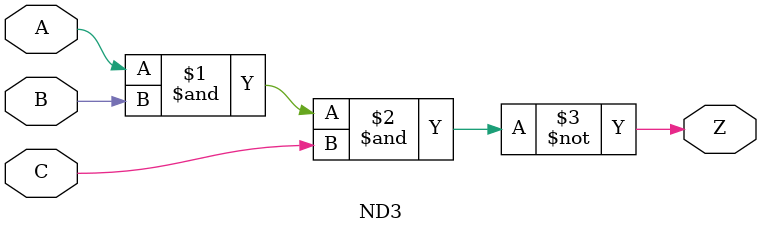
<source format=v>
`resetall
`timescale 1 ns / 1 ps

`celldefine

module  ND3  (A, B, C, Z);
  input A, B, C ;
  output Z;

  nand (Z, A, B, C);


endmodule 

`endcelldefine

</source>
